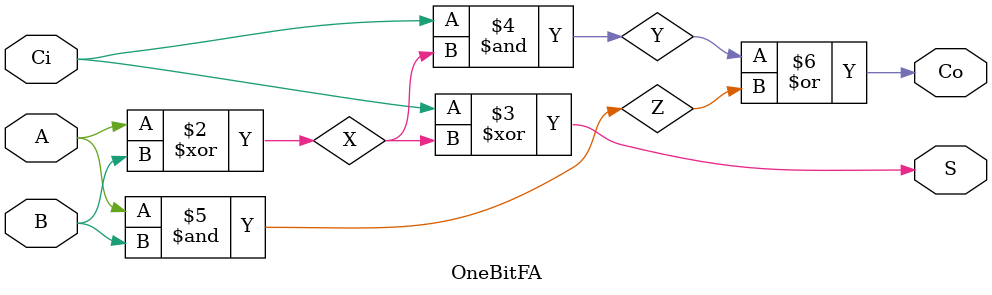
<source format=sv>
module OneBitFA
(output logic Co, S, 
input logic A, B, Ci);

logic X,Y,Z;

always_comb
begin
	X = A ^ B;
	S = Ci ^ X;
	Y = Ci & X;
	Z = A & B;
	Co = Y | Z; 
end

endmodule 
</source>
